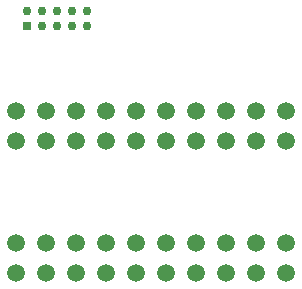
<source format=gts>
G04 (created by PCBNEW (2013-june-11)-stable) date Sun 31 Aug 2014 03:46:35 PM PDT*
%MOIN*%
G04 Gerber Fmt 3.4, Leading zero omitted, Abs format*
%FSLAX34Y34*%
G01*
G70*
G90*
G04 APERTURE LIST*
%ADD10C,0.00590551*%
%ADD11C,0.0590551*%
%ADD12C,0.03*%
%ADD13R,0.03X0.03*%
G04 APERTURE END LIST*
G54D10*
G54D11*
X73600Y-56100D03*
X73600Y-55100D03*
X74600Y-56100D03*
X74600Y-55100D03*
X75600Y-56100D03*
X75600Y-55100D03*
X76600Y-56100D03*
X76600Y-55100D03*
X77600Y-56100D03*
X77600Y-55100D03*
X78600Y-56100D03*
X78600Y-55100D03*
X79600Y-56100D03*
X79600Y-55100D03*
X80600Y-56100D03*
X80600Y-55100D03*
X81600Y-56100D03*
X81600Y-55100D03*
X82600Y-56100D03*
X82600Y-55100D03*
X73600Y-51700D03*
X73600Y-50700D03*
X74600Y-51700D03*
X74600Y-50700D03*
X75600Y-51700D03*
X75600Y-50700D03*
X76600Y-51700D03*
X76600Y-50700D03*
X77600Y-51700D03*
X77600Y-50700D03*
X78600Y-51700D03*
X78600Y-50700D03*
X79600Y-51700D03*
X79600Y-50700D03*
X80600Y-51700D03*
X80600Y-50700D03*
X81600Y-51700D03*
X81600Y-50700D03*
X82600Y-51700D03*
X82600Y-50700D03*
G54D12*
X75950Y-47850D03*
X75450Y-47850D03*
X74950Y-47850D03*
X74450Y-47850D03*
G54D13*
X73950Y-47850D03*
G54D12*
X75950Y-47350D03*
X75450Y-47350D03*
X74950Y-47350D03*
X74450Y-47350D03*
X73950Y-47350D03*
M02*

</source>
